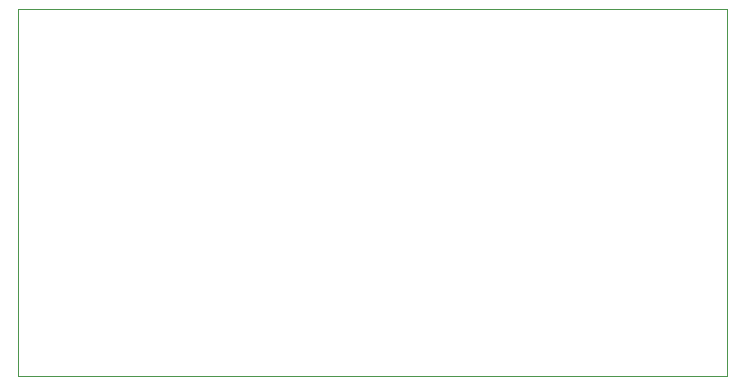
<source format=gm1>
G04 #@! TF.GenerationSoftware,KiCad,Pcbnew,(5.1.5-0)*
G04 #@! TF.CreationDate,2020-02-09T15:42:12-07:00*
G04 #@! TF.ProjectId,dac_proto,6461635f-7072-46f7-946f-2e6b69636164,rev?*
G04 #@! TF.SameCoordinates,Original*
G04 #@! TF.FileFunction,Profile,NP*
%FSLAX46Y46*%
G04 Gerber Fmt 4.6, Leading zero omitted, Abs format (unit mm)*
G04 Created by KiCad (PCBNEW (5.1.5-0)) date 2020-02-09 15:42:12*
%MOMM*%
%LPD*%
G04 APERTURE LIST*
%ADD10C,0.050000*%
G04 APERTURE END LIST*
D10*
X160000000Y-105000000D02*
X160000000Y-74000000D01*
X220000000Y-74000000D02*
X220000000Y-105000000D01*
X160000000Y-74000000D02*
X220000000Y-74000000D01*
X220000000Y-105000000D02*
X160000000Y-105000000D01*
M02*

</source>
